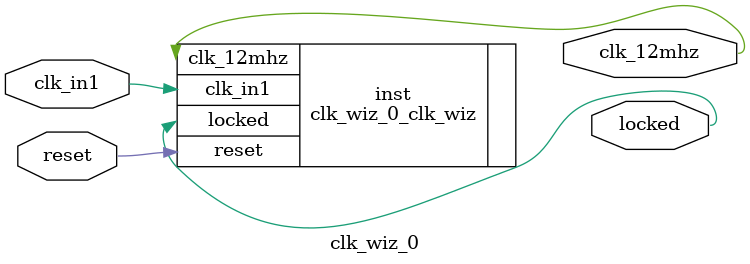
<source format=v>


`timescale 1ps/1ps

(* CORE_GENERATION_INFO = "clk_wiz_0,clk_wiz_v6_0_8_0_0,{component_name=clk_wiz_0,use_phase_alignment=true,use_min_o_jitter=false,use_max_i_jitter=false,use_dyn_phase_shift=false,use_inclk_switchover=false,use_dyn_reconfig=false,enable_axi=0,feedback_source=FDBK_AUTO,PRIMITIVE=MMCM,num_out_clk=1,clkin1_period=8.000,clkin2_period=10.000,use_power_down=false,use_reset=true,use_locked=true,use_inclk_stopped=false,feedback_type=SINGLE,CLOCK_MGR_TYPE=NA,manual_override=false}" *)

module clk_wiz_0 
 (
  // Clock out ports
  output        clk_12mhz,
  // Status and control signals
  input         reset,
  output        locked,
 // Clock in ports
  input         clk_in1
 );

  clk_wiz_0_clk_wiz inst
  (
  // Clock out ports  
  .clk_12mhz(clk_12mhz),
  // Status and control signals               
  .reset(reset), 
  .locked(locked),
 // Clock in ports
  .clk_in1(clk_in1)
  );

endmodule

</source>
